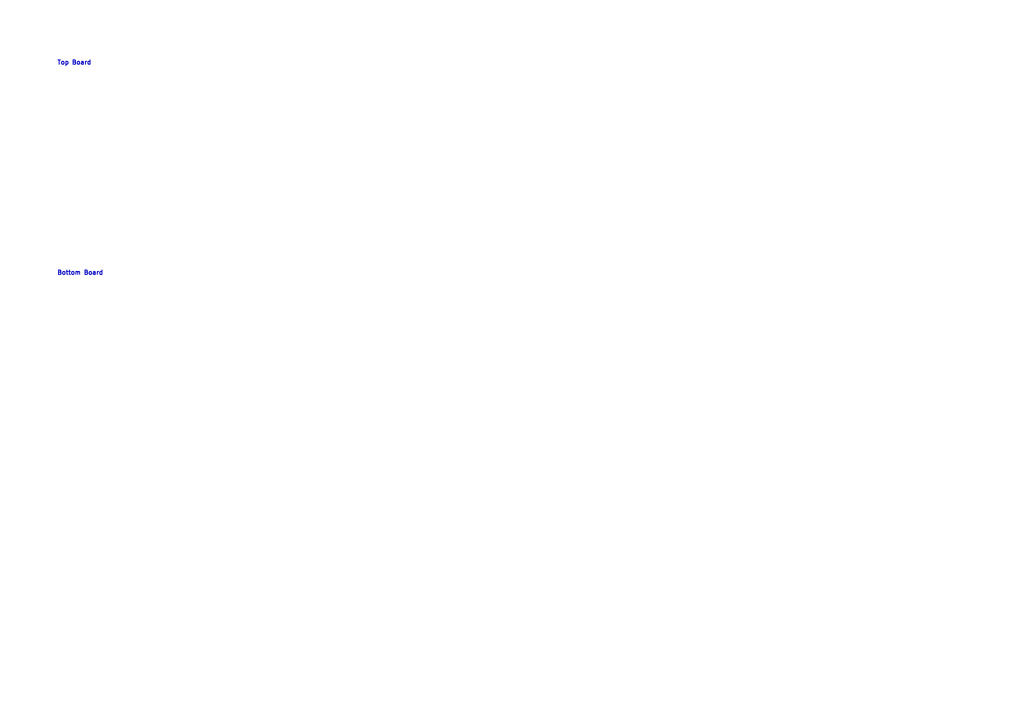
<source format=kicad_sch>
(kicad_sch (version 20211123) (generator eeschema)
  (paper "A4")
  (lib_symbols)
  (text "Bottom Board" (at 16.51 80.01 0) (effects (font (size 1.27 1.27) (thickness 0.254) bold) (justify left bottom)))
  (text "Top Board" (at 16.51 19.05 0) (effects (font (size 1.27 1.27) (thickness 0.254) bold) (justify left bottom)))
)
</source>
